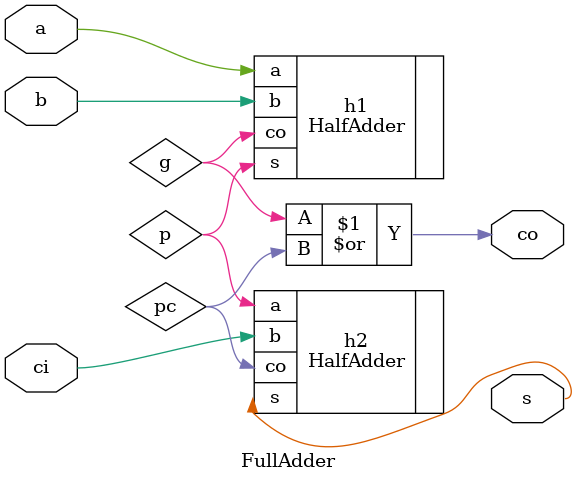
<source format=v>
`timescale 1ns / 1ps
module FullAdder(
    input a,
    input b,
    input ci,
    output s,
    output co
    );

    wire g, p, pc;
    
    HalfAdder h1(.a(a), .b(b), .s(p), .co(g));
    HalfAdder h2(.a(p), .b(ci), .s(s), .co(pc));
    
    assign co = g | pc;

endmodule

</source>
